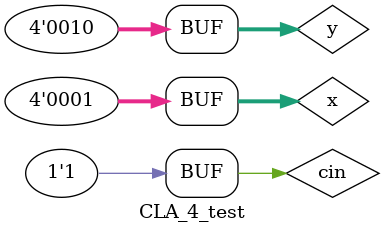
<source format=v>
`timescale 1ns / 1ps


module CLA_4_test;
reg [3:0]x,y;
reg cin;
wire [3:0]s;
wire cout;
CLA_4 uut(.x(x),.y(y),.cin(cin),.s(s),.cout(cout));
initial begin
cin=0;x=4'b0001;y=4'b0010;
#20
cin=1;
end
endmodule

</source>
